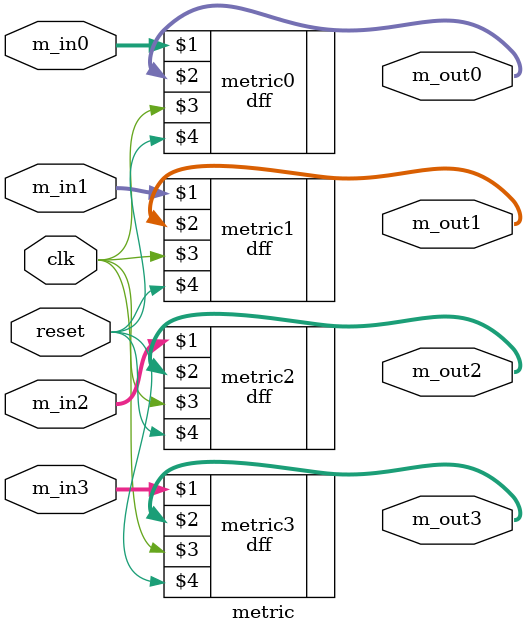
<source format=v>
`timescale 1ns / 1ps
module metric(m_in0, m_in1, m_in2, m_in3, m_out0, m_out1, m_out2, m_out3, clk, reset);
    input [4:0] m_in0;
    input [4:0] m_in1;
    input [4:0] m_in2;
    input [4:0] m_in3;
    output [4:0] m_out0;
    output [4:0] m_out1;
    output [4:0] m_out2;
    output [4:0] m_out3;
    input clk;
    input reset;
	dff #(5) metric3(m_in3, m_out3, clk, reset);
	dff #(5) metric2(m_in2, m_out2, clk, reset);
	dff #(5) metric1(m_in1, m_out1, clk, reset);
	dff #(5) metric0(m_in0, m_out0, clk, reset);

endmodule

</source>
